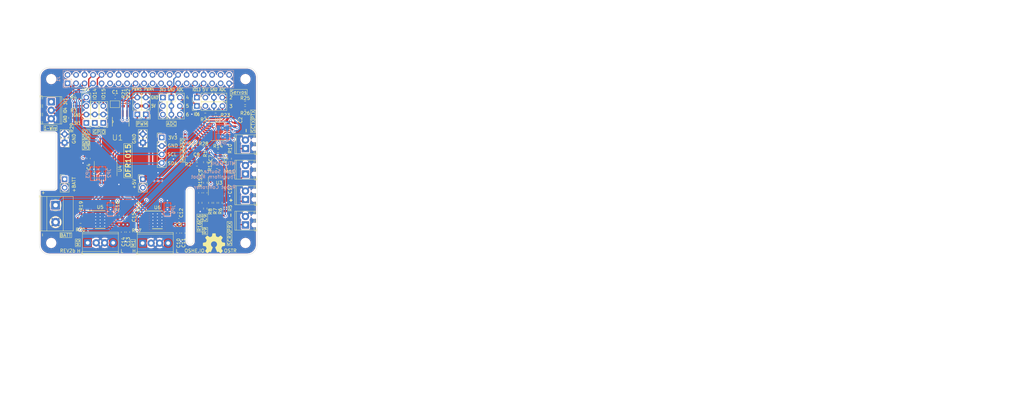
<source format=kicad_pcb>
(kicad_pcb (version 20241229) (generator "pcbnew") (generator_version "9.0")
  (title_block (title "Open Soure Thunniform Robot Pi Hat") (date "2025-04-25") (rev "2b") (company "Open Source Hardware Enterprise") (comment 1 "Ben Keppers"))
  (layers (0 "F.Cu" signal) (4 "In1.Cu" signal) (6 "In2.Cu" signal) (2 "B.Cu" signal) (13 "F.Paste" user) (15 "B.Paste" user) (5 "F.SilkS" user "F.Silkscreen") (7 "B.SilkS" user "B.Silkscreen") (1 "F.Mask" user) (3 "B.Mask" user) (25 "Edge.Cuts" user))
  (net 0 "")
  (net 1 "GND")
  (net 2 "/GPIO2{slash}SDA1")
  (net 3 "/GPIO3{slash}SCL1")
  (net 4 "/GPIO4{slash}GPCLK0")
  (net 5 "/GPIO14{slash}TXD0")
  (net 6 "/GPIO15{slash}RXD0")
  (net 7 "/GPIO17")
  (net 8 "/GPIO18{slash}PCM.CLK")
  (net 9 "/GPIO27")
  (net 10 "/GPIO22")
  (net 11 "/GPIO23")
  (net 12 "/GPIO24")
  (net 13 "/GPIO10{slash}SPI0.MOSI")
  (net 14 "/GPIO9{slash}SPI0.MISO")
  (net 15 "/GPIO25")
  (net 16 "/GPIO11{slash}SPI0.SCLK")
  (net 17 "/GPIO8{slash}SPI0.CE0")
  (net 18 "/GPIO7{slash}SPI0.CE1")
  (net 19 "/ID_SDA")
  (net 20 "/ID_SCL")
  (net 21 "/GPIO5")
  (net 22 "/GPIO6")
  (net 23 "/GPIO12{slash}PWM0")
  (net 24 "/GPIO13{slash}PWM1")
  (net 25 "/GPIO19{slash}PCM.FS")
  (net 26 "/GPIO16")
  (net 27 "/GPIO26")
  (net 28 "/GPIO20{slash}PCM.DIN")
  (net 29 "/GPIO21{slash}PCM.DOUT")
  (net 30 "+5V")
  (net 31 "/ADC_CH0")
  (net 32 "/ADC_CH1")
  (net 33 "/ADC_CH2")
  (net 34 "/ADC_CH3")
  (net 35 "/ADC_CH4")
  (net 36 "/ADC_CH5")
  (net 37 "/ADC_CH6")
  (net 38 "Net-(JP5-C)")
  (net 39 "Net-(JP4-C)")
  (net 40 "Net-(C9-Pad1)")
  (net 41 "Net-(U3A--)")
  (net 42 "Net-(U3A-+)")
  (net 43 "Net-(U3B-+)")
  (net 44 "Net-(U3B--)")
  (net 45 "Net-(C7-Pad1)")
  (net 46 "Net-(JP3-C)")
  (net 47 "Net-(JP2-C)")
  (net 48 "/PWM0")
  (net 49 "/PWM1")
  (net 50 "/PWM2")
  (net 51 "/PWM3")
  (net 52 "/PWM4")
  (net 53 "/PWM5")
  (net 54 "/PWM6")
  (net 55 "/PWM7")
  (net 56 "+3.3V")
  (net 57 "Net-(U5-FAULT_N)")
  (net 58 "/M0H")
  (net 59 "/M0L")
  (net 60 "+BATT")
  (net 61 "Net-(U5-VCP)")
  (net 62 "Net-(U5-CPH)")
  (net 63 "Net-(U5-CPL)")
  (net 64 "Net-(JP7-C)")
  (net 65 "Net-(U6-FAULT_N)")
  (net 66 "/M1H")
  (net 67 "/M1L")
  (net 68 "Net-(U6-VCP)")
  (net 69 "Net-(U6-CPH)")
  (net 70 "Net-(U6-CPL)")
  (net 71 "Net-(JP6-C)")
  (net 72 "Net-(C6-Pad1)")
  (net 73 "Net-(C6-Pad2)")
  (net 74 "Net-(C7-Pad2)")
  (net 75 "GNDREF")
  (net 76 "Net-(J4-Pin_1)")
  (net 77 "Net-(J6-Pin_1)")
  (net 78 "Net-(J7-Pin_1)")
  (net 79 "Net-(J8-Pin_1)")
  (net 80 "Net-(J14-Pin_4)")
  (net 81 "Net-(J13-Pin_4)")
  (net 82 "Net-(JP1-A)")
  (net 86 "/ADC_CH7")
  (net 87 "Net-(C17-Pad2)")
  (footprint "Resistor_SMD:R_0603_1608Metric" (layer "F.Cu") (at 125.15 110.475)
    (property "Reference" "R28")
    (property "Value" "10k")
  )
  (footprint "Connector_PinHeader_2.54mm:PinHeader_1x02_P2.54mm_Vertical" (layer "F.Cu") (at 107.018 108.725 180)
    (property "Reference" "J22" (hide yes))
    (property "Value" "GND")
  )
  (footprint "TerminalBlock_Phoenix:TerminalBlock_Phoenix_MPT-0,5-3-2.54_1x03_P2.54mm_Horizontal" (layer "F.Cu") (at 79.65 96.505 -90)
    (property "Reference" "J16" (hide yes))
    (property "Value" "1Wire")
  )
  (footprint "MountingHole:MountingHole_2.7mm_M2.5" (layer "F.Cu") (at 137.65 89.725)
    (property "Reference" "MH2" (hide yes))
    (property "Value" "MountingHole_2.7mm_M2.5")
  )
  (footprint "Capacitor_SMD:C_0603_1608Metric" (layer "F.Cu") (at 117.75 131.925 180)
    (property "Reference" "C3")
    (property "Value" "0.1uF")
  )
  (footprint "Resistor_SMD:R_0603_1608Metric" (layer "F.Cu") (at 131.65 128.325 -90)
    (property "Reference" "R5")
    (property "Value" "1M")
  )
  (footprint "Resistor_SMD:R_0603_1608Metric" (layer "F.Cu") (at 86.31 97.725)
    (property "Reference" "R3")
    (property "Value" "3.9K")
  )
  (footprint "Connector_PinHeader_2.54mm:PinHeader_1x02_P2.54mm_Vertical" (layer "F.Cu") (at 107.018 119.647)
    (property "Reference" "J23" (hide yes))
    (property "Value" "5VOut")
  )
  (footprint "TerminalBlock_Phoenix:TerminalBlock_Phoenix_MPT-0,5-4-2.54_1x04_P2.54mm_Horizontal" (layer "F.Cu") (at 106.935 138.771893)
    (property "Reference" "J5" (hide yes))
    (property "Value" "M1Out")
  )
  (footprint "TerminalBlock_Phoenix:TerminalBlock_Phoenix_MPT-0,5-2-2.54_1x02_P2.54mm_Horizontal" (layer "F.Cu") (at 137.65 110.48 90)
    (property "Reference" "J8" (hide yes))
    (property "Value" "Piezo_OUT")
  )
  (footprint "Symbol:OSHW-Symbol_6.7x6mm_SilkScreen" (layer "F.Cu") (at 128.25 138.825)
    (property "Reference" "REF**" (hide yes))
    (property "Value" "OSHW-Symbol_6.7x6mm_SilkScreen" (hide yes))
  )
  (footprint "Resistor_SMD:R_0603_1608Metric" (layer "F.Cu") (at 127.15 126.725 90)
    (property "Reference" "R8")
    (property "Value" "10K")
  )
  (footprint "Capacitor_SMD:C_0603_1608Metric" (layer "F.Cu") (at 90.82 113.475 -90)
    (property "Reference" "C4")
    (property "Value" "0.1uF")
  )
  (footprint "Capacitor_SMD:C_0603_1608Metric" (layer "F.Cu") (at 128.65 113.475 90)
    (property "Reference" "C7")
    (property "Value" "22uF")
  )
  (footprint "TerminalBlock_Phoenix:TerminalBlock_Phoenix_MPT-0,5-2-2.54_1x02_P2.54mm_Horizontal" (layer "F.Cu") (at 137.65 125.72 90)
    (property "Reference" "J4" (hide yes))
    (property "Value" "Piezo_IN")
  )
  (footprint "Resistor_SMD:R_0603_1608Metric" (layer "F.Cu") (at 137.55 98.425)
    (property "Reference" "R26")
    (property "Value" "18k")
  )
  (footprint "Connector_PinHeader_2.54mm:PinHeader_1x03_P2.54mm_Vertical" (layer "F.Cu") (at 95.2 102.84 180)
    (property "Reference" "J25" (hide yes))
    (property "Value" "GPIO15")
  )
  (footprint "Connector_PinHeader_2.54mm:PinHeader_1x04_P2.54mm_Vertical" (layer "F.Cu") (at 90.12 102.845 180)
    (property "Reference" "J18" (hide yes))
    (property "Value" "I2C1")
  )
  (footprint "Connector_PinHeader_2.54mm:PinHeader_1x04_P2.54mm_Vertical" (layer "F.Cu") (at 123.14 97.775 90)
    (property "Reference" "J14" (hide yes))
    (property "Value" "Servo6")
  )
  (footprint "Connector_PinHeader_2.54mm:PinHeader_1x02_P2.54mm_Vertical" (layer "F.Cu") (at 83.65 119.647)
    (property "Reference" "J21" (hide yes))
    (property "Value" "BattIn")
  )
  (footprint "Capacitor_SMD:C_0603_1608Metric" (layer "F.Cu") (at 98.75 95.025)
    (property "Reference" "C1")
    (property "Value" "100n")
  )
  (footprint "Resistor_SMD:R_0603_1608Metric" (layer "F.Cu") (at 105.75 130.775 -90)
    (property "Reference" "R18")
    (property "Value" "10k")
  )
  (footprint "Package_SO:TSSOP-20_4.4x6.5mm_P0.65mm" (layer "F.Cu") (at 95.9 116.475 90)
    (property "Reference" "U4")
    (property "Value" "PCA9634PW_118")
  )
  (footprint "Capacitor_SMD:C_0603_1608Metric" (layer "F.Cu") (at 116.95 129.675 90)
    (property "Reference" "C12")
    (property "Value" "0.022uF")
  )
  (footprint "TerminalBlock_Phoenix:TerminalBlock_Phoenix_MPT-0,5-4-2.54_1x04_P2.54mm_Horizontal" (layer "F.Cu") (at 90.535 138.679)
    (property "Reference" "J3" (hide yes))
    (property "Value" "M0Out")
  )
  (footprint "Resistor_SMD:R_0603_1608Metric" (layer "F.Cu") (at 88.45 130.675 -90)
    (property "Reference" "R19")
    (property "Value" "10k")
  )
  (footprint "Resistor_SMD:R_0603_1608Metric" (layer "F.Cu") (at 85.421 101.331 -90)
    (property "Reference" "R29")
    (property "Value" "4.7k")
  )
  (footprint "TerminalBlock_Phoenix:TerminalBlock_Phoenix_MPT-0,5-2-2.54_1x02_P2.54mm_Horizontal" (layer "F.Cu") (at 137.65 118.095 90)
    (property "Reference" "J6" (hide yes))
    (property "Value" "SoundCard_SPK")
  )
  (footprint "Capacitor_SMD:C_0603_1608Metric" (layer "F.Cu") (at 125.65 117.725 -90)
    (property "Reference" "C5")
    (property "Value" "0.1uF")
  )
  (footprint "Capacitor_SMD:C_0603_1608Metric" (layer "F.Cu") (at 102.6 135.475 -90)
    (property "Reference" "C13")
    (property "Value" "22uF")
  )
  (footprint "Capacitor_SMD:C_0603_1608Metric" (layer "F.Cu") (at 99.455002 130.529001 90)
    (property "Reference" "C16")
    (property "Value" "0.022uF")
  )
  (footprint "Connector_PinHeader_2.54mm:PinHeader_1x03_P2.54mm_Vertical" (layer "F.Cu") (at 107.9 100.3 180)
    (property "Reference" "J10" (hide yes))
    (property "Value" "PWM4")
  )
  (footprint "Resistor_SMD:R_0603_1608Metric" (layer "F.Cu") (at 130.15 113.475 90)
    (property "Reference" "R12")
    (property "Value" "1K")
  )
  (footprint "Resistor_SMD:R_0603_1608Metric" (layer "F.Cu") (at 101.15 96.975 -90)
    (property "Reference" "R21")
    (property "Value" "3.9K")
  )
  (footprint "Connector_PinHeader_2.54mm:PinHeader_2x03_P2.54mm_Vertical" (layer "F.Cu") (at 115.52 95.235)
    (property "Reference" "J2" (hide yes))
    (property "Value" "ADC_IN")
  )
  (footprint "Jumper:SolderJumper-2_P1.3mm_Open_Pad1.0x1.5mm" (layer "F.Cu") (at 98.65 97.225 180)
    (property "Reference" "JP1" (hide yes))
    (property "Value" "ID_WP")
  )
  (footprint "Resistor_SMD:R_0603_1608Metric" (layer "F.Cu") (at 132.15 115.975 180)
    (property "Reference" "R11")
    (property "Value" "1K")
  )
  (footprint "Resistor_SMD:R_0603_1608Metric" (layer "F.Cu") (at 125.65 114.57 90)
    (property "Reference" "R1")
    (property "Value" "47k")
  )
  (footprint "Resistor_SMD:R_0603_1608Metric" (layer "F.Cu") (at 86.31 93.725)
    (property "Reference" "R4")
    (property "Value" "3.9K")
  )
  (footprint "TerminalBlock_Phoenix:TerminalBlock_Phoenix_MPT-0,5-2-2.54_1x02_P2.54mm_Horizontal" (layer "F.Cu") (at 137.65 133.34 90)
    (property "Reference" "J7" (hide yes))
    (property "Value" "SoundCard_MIC")
  )
  (footprint "MountingHole:MountingHole_2.7mm_M2.5" (layer "F.Cu") (at 79.65 138.725)
    (property "Reference" "MH3" (hide yes))
    (property "Value" "MountingHole_2.7mm_M2.5")
  )
  (footprint "Package_SO:TSSOP-16_4.4x5mm_P0.65mm" (layer "F.Cu") (at 129.49 105.395)
    (property "Reference" "U2")
    (property "Value" "ADS7830IPWR")
  )
  (footprint "Capacitor_SMD:C_0603_1608Metric" (layer "F.Cu") (at 133.12 119.535 90)
    (property "Reference" "C17")
    (property "Value" "22uF")
  )
  (footprint "MountingHole:MountingHole_2.7mm_M2.5" (layer "F.Cu") (at 79.65 89.725)
    (property "Reference" "MH1" (hide yes))
    (property "Value" "MountingHole_2.7mm_M2.5")
  )
  (footprint "OSTR_hat:PWP0016J_M" (layer "F.Cu") (at 94.265 131.825999)
    (property "Reference" "U5")
    (property "Value" "DRV8874PWPR")
  )
  (footprint "Capacitor_SMD:C_0603_1608Metric" (layer "F.Cu") (at 117.55 135.775 -90)
    (property "Reference" "C10")
    (property "Value" "0.1uF")
  )
  (footprint "Resistor_SMD:R_0603_1608Metric" (layer "F.Cu") (at 125.65 120.725 90)
    (property "Reference" "R15")
    (property "Value" "1k")
  )
  (footprint "Resistor_SMD:R_0603_1608Metric" (layer "F.Cu") (at 129.45 111.225)
    (property "Reference" "R14")
    (property "Value" "47 Ohm")
  )
  (footprint "Connector_PinHeader_2.54mm:PinHeader_1x04_P2.54mm_Vertical" (layer "F.Cu") (at 112.65 107.185)
    (property "Reference" "J17" (hide yes))
    (property "Value" "I2C0")
  )
  (footprint "Capacitor_SMD:C_0603_1608Metric" (layer "F.Cu") (at 125.65 123.725 90)
    (property "Reference" "C9")
    (property "Value" "330nF")
  )
  (footprint "Connector_PinHeader_2.54mm:PinHeader_1x03_P2.54mm_Vertical" (layer "F.Cu") (at 112.985 95.235)
    (property "Reference" "J19" (hide yes))
    (property "Value" "3.3V")
  )
  (footprint "TerminalBlock_Phoenix:TerminalBlock_Phoenix_MKDS-1,5-2-5.08_1x02_P5.08mm_Horizontal" (layer "F.Cu") (at 80.945 127.43 -90)
    (property "Reference" "J9" (hide yes))
    (property "Value" "BattIn")
  )
  (footprint "Resistor_SMD:R_0603_1608Metric" (layer "F.Cu") (at 130.15 126.725 90)
    (property "Reference" "R6")
    (property "Value" "1K")
  )
  (footprint "Resistor_SMD:R_0603_1608Metric" (layer "F.Cu") (at 125.65 100.425 180)
    (property "Reference" "R24")
    (property "Value" "18k")
  )
  (footprint "Capacitor_SMD:C_0603_1608Metric" (layer "F.Cu") (at 134.65 101.975 90)
    (property "Reference" "C2")
    (property "Value" "0.1uF")
  )
  (footprint "Resistor_SMD:R_0603_1608Metric" (layer "F.Cu") (at 137.55 96.825)
    (property "Reference" "R25")
    (property "Value" "10k")
  )
  (footprint "Capacitor_SMD:C_0603_1608Metric" (layer "F.Cu") (at 101.75 131.325 180)
    (property "Reference" "C15")
    (property "Value" "0.1uF")
  )
  (footprint "Resistor_SMD:R_0603_1608Metric" (layer "F.Cu") (at 128.65 126.725 -90)
    (property "Reference" "R7")
    (property "Value" "1K")
  )
  (footprint "Resistor_SMD:R_0603_1608Metric" (layer "F.Cu") (at 102.65 96.975 -90)
    (property "Reference" "R22")
    (property "Value" "3.9K")
  )
  (footprint "Connector_PinHeader_2.54mm:PinHeader_1x02_P2.54mm_Vertical" (layer "F.Cu") (at 83.65 108.725 180)
    (property "Reference" "J20" (hide yes))
    (property "Value" "GND")
  )
  (footprint "Resistor_SMD:R_0603_1608Metric" (layer "F.Cu") (at 132.95 113.525 90)
    (property "Reference" "R10")
    (property "Value" "1M")
  )
  (footprint "OSTR_hat:SOIC127P600X175-8N" (layer "F.Cu") (at 100.4 102.475 90)
    (property "Reference" "U1")
    (property "Value" "CAT24C256")
  )
  (footprint "MountingHole:MountingHole_2.7mm_M2.5" (layer "F.Cu") (at 137.65 138.725)
    (property "Reference" "MH4" (hide yes))
    (property "Value" "MountingHole_2.7mm_M2.5")
  )
  (footprint "Resistor_SMD:R_0603_1608Metric" (layer "F.Cu") (at 121.945 110.475)
    (property "Reference" "R27")
    (property "Value" "56k")
  )
  (footprint "Connector_PinHeader_2.54mm:PinHeader_1x04_P2.54mm_Vertical" (layer "F.Cu") (at 123.14 95.235 90)
    (property "Reference" "J13" (hide yes))
    (property "Value" "Servo17")
  )
  (footprint "Connector_PinHeader_2.54mm:PinHeader_1x03_P2.54mm_Vertical" (layer "F.Cu") (at 92.66 102.84 180)
    (property "Reference" "J24" (hide yes))
    (property "Value" "GPIO14")
  )
  (footprint "OSTR_hat:PWP0016J_M" (layer "F.Cu") (at 111.358334 131.919892)
    (property "Reference" "U6")
    (property "Value" "DRV8874PWPR")
  )
  (footprint "Connector_PinHeader_2.54mm:PinHeader_1x03_P2.54mm_Vertical" (layer "F.Cu") (at 105.355 100.3 180)
    (property "Reference" "J11" (hide yes))
    (property "Value" "PWM5")
  )
  (footprint "Resistor_SMD:R_0603_1608Metric" (layer "F.Cu") (at 123.15 115.225 180)
    (property "Reference" "R2")
    (property "Value" "47k")
  )
  (footprint "Capacitor_SMD:C_0603_1608Metric" (layer "F.Cu") (at 123.15 113.725 180)
    (property "Reference" "C8")
    (property "Value" "22uF")
  )
  (footprint "Capacitor_SMD:C_0603_1608Metric" (layer "F.Cu") (at 124.15 123.725 -90)
    (property "Reference" "C6")
    (property "Value" "22uF")
  )
  (footprint "Resistor_SMD:R_0603_1608Metric" (layer "F.Cu") (at 128.75 100.425)
    (property "Reference" "R23")
    (property "Value" "10k")
  )
  (footprint "Capacitor_SMD:C_0603_1608Metric" (layer "F.Cu") (at 101.1 135.475 -90)
    (property "Reference" "C14")
    (property "Value" "0.1uF")
  )
  (footprint "Resistor_SMD:R_0603_1608Metric" (layer "F.Cu") (at 88.4 133.375 180)
    (property "Reference" "R20")
    (property "Value" "1.8k")
  )
  (footprint "Resistor_SMD:R_0603_1608Metric" (layer "F.Cu") (at 105.15 133.425 180)
    (property "Reference" "R17")
    (property "Value" "6.8k")
  )
  (footprint "Resistor_SMD:R_0603_1608Metric" (layer "F.Cu") (at 129.15 115.975)
    (property "Reference" "R13")
    (property "Value" "10K")
  )
  (footprint "Capacitor_SMD:C_0603_1608Metric" (layer "F.Cu") (at 119.1 135.775 -90)
    (property "Reference" "C11")
    (property "Value" "22uF")
  )
  (footprint "Resistor_SMD:R_0603_1608Metric" (layer "F.Cu") (at 124.15 126.725 -90)
    (property "Reference" "R16")
    (property "Value" "DNP")
  )
  (footprint "Resistor_SMD:R_0603_1608Metric" (layer "F.Cu") (at 125.65 128.425 -90)
    (property "Reference" "R9")
    (property "Value" "47 Ohm")
  )
  (footprint "Package_SO:SOIC-8_3.9x4.9mm_P1.27mm" (layer "F.Cu") (at 129.15 120.975 90)
    (property "Reference" "U3")
    (property "Value" "OPA1642AIDR")
  )
  (footprint "Connector_PinSocket_2.54mm:PinSocket_2x20_P2.54mm_Vertical" (layer "B.Cu") (at 84.52 90.995 -90)
    (property "Reference" "J1")
    (property "Value" "GPIO")
  )
  (footprint "Jumper:SolderJumper-3_P1.3mm_Bridged12_Pad1.0x1.5mm" (layer "B.Cu") (at 92.35 118.025 -90)
    (property "Reference" "JP3")
    (property "Value" "PWM_A0")
  )
  (footprint "Jumper:SolderJumper-3_P1.3mm_Bridged12_Pad1.0x1.5mm" (layer "B.Cu") (at 130.9 104.31 180)
    (property "Reference" "JP4")
    (property "Value" "ADC_A1")
  )
  (footprint "Jumper:SolderJumper-3_P1.3mm_Bridged12_Pad1.0x1.5mm" (layer "B.Cu") (at 114.351334 128.771893 90)
    (property "Reference" "JP6")
    (property "Value" "PMODEM1")
  )
  (footprint "Jumper:SolderJumper-3_P1.3mm_Bridged12_Pad1.0x1.5mm" (layer "B.Cu") (at 130.9 106.8825 180)
    (property "Reference" "JP5")
    (property "Value" "ADC_A0")
  )
  (footprint "Jumper:SolderJumper-3_P1.3mm_Bridged12_Pad1.0x1.5mm" (layer "B.Cu") (at 97.35 128.725 90)
    (property "Reference" "JP7")
    (property "Value" "PMODEM0")
  )
  (footprint "Jumper:SolderJumper-3_P1.3mm_Bridged12_Pad1.0x1.5mm" (layer "B.Cu") (at 94.9 117.975 -90)
    (property "Reference" "JP2")
    (property "Value" "PWM_A1")
  )
  (gr_rect (start 86.85 137.525) (end 88.35 139.825) (stroke (width 0.12)) (fill no) (layer "F.SilkS"))
  (gr_rect (start 123.15 130.125) (end 124.75 132.325) (stroke (width 0.12)) (fill no) (layer "F.SilkS"))
  (gr_rect (start 101.3 109.025) (end 103.8 119.225) (stroke (width 0.12)) (fill no) (layer "F.SilkS"))
  (gr_rect (start 139.166 101.839) (end 140.666 105.739) (stroke (width 0.12)) (fill no) (layer "F.SilkS"))
  (gr_rect (start 132.15 135.425) (end 133.65 139.525) (stroke (width 0.12)) (fill no) (layer "F.SilkS"))
  (gr_rect (start 88.9 109.425) (end 91.2 110.925) (stroke (width 0.12)) (fill no) (layer "F.SilkS"))
  (gr_rect (start 124.75 134.075) (end 126.35 136.225) (stroke (width 0.12)) (fill no) (layer "F.SilkS"))
  (gr_rect (start 118.15 107.425) (end 119.65 114.625) (stroke (width 0.12)) (fill no) (layer "F.SilkS"))
  (gr_rect (start 88.9 104.825) (end 91.2 106.325) (stroke (width 0.12)) (fill no) (layer "F.SilkS"))
  (gr_rect (start 88.9 106.325) (end 91.2 107.825) (stroke (width 0.12)) (fill no) (layer "F.SilkS"))
  (gr_rect (start 139.166 98.939) (end 140.666 101.839) (stroke (width 0.12)) (fill no) (layer "F.SilkS"))
  (gr_rect (start 82.25 135.625) (end 85.75 137.125) (stroke (width 0.12)) (fill no) (layer "F.SilkS"))
  (gr_rect (start 133.0868 92.822) (end 138.1868 94.422) (stroke (width 0.12)) (fill no) (layer "F.SilkS"))
  (gr_rect (start 132.15 132.325) (end 133.65 135.425) (stroke (width 0.12)) (fill no) (layer "F.SilkS"))
  (gr_rect (start 92.132 104.7855) (end 95.835 106.2585) (stroke (width 0.12)) (fill no) (layer "F.SilkS"))
  (gr_rect (start 124.75 130.125) (end 126.35 132.325) (stroke (width 0.12)) (fill no) (layer "F.SilkS"))
  (gr_rect (start 88.9 107.825) (end 91.2 109.425) (stroke (width 0.12)) (fill no) (layer "F.SilkS"))
  (gr_rect (start 114.0595 102.2964) (end 116.9805 103.8964) (stroke (width 0.12)) (fill no) (layer "F.SilkS"))
  (gr_rect (start 123.15 132.325) (end 124.75 135.425) (stroke (width 0.12)) (fill no) (layer "F.SilkS"))
  (gr_rect (start 77.502 103.617) (end 81.402 105.117) (stroke (width 0.12)) (fill no) (layer "F.SilkS"))
  (gr_rect (start 103.35 137.725) (end 104.85 140.025) (stroke (width 0.12)) (fill no) (layer "F.SilkS"))
  (gr_rect (start 105.0325 102.309) (end 108.4815 103.909) (stroke (width 0.12)) (fill no) (layer "F.SilkS"))
  (gr_arc (start 76.65 105.725) (mid 76.296447 105.578553) (end 76.15 105.225) (stroke (width 0.1)) (layer "Edge.Cuts"))
  (gr_arc (start 138.15 86.225) (mid 140.27132 87.10368) (end 141.15 89.225) (stroke (width 0.1)) (layer "Edge.Cuts"))
  (gr_line (start 141.15 139.225) (end 141.15 89.225) (stroke (width 0.1)) (layer "Edge.Cuts"))
  (gr_line (start 76.15 89.225) (end 76.15 105.225) (stroke (width 0.1)) (layer "Edge.Cuts"))
  (gr_line (start 122.15 123.225) (end 122.15 138.225) (stroke (width 0.1)) (layer "Edge.Cuts"))
  (gr_line (start 120.15 138.225) (end 120.15 123.225) (stroke (width 0.1)) (layer "Edge.Cuts"))
  (gr_arc (start 79.15 142.225) (mid 77.02868 141.34632) (end 76.15 139.225) (stroke (width 0.1)) (layer "Edge.Cuts"))
  (gr_line (start 79.15 142.225) (end 138.15 142.225) (stroke (width 0.1)) (layer "Edge.Cuts"))
  (gr_line (start 80.65 122.725) (end 76.65 122.725) (stroke (width 0.1)) (layer "Edge.Cuts"))
  (gr_arc (start 120.15 123.225) (mid 121.15 122.225) (end 122.15 123.225) (stroke (width 0.1)) (layer "Edge.Cuts"))
  (gr_arc (start 76.15 123.225) (mid 76.296138 122.871755) (end 76.649127 122.725001) (stroke (width 0.1)) (layer "Edge.Cuts"))
  (gr_arc (start 141.15 139.225) (mid 140.27132 141.34632) (end 138.15 142.225) (stroke (width 0.1)) (layer "Edge.Cuts"))
  (gr_line (start 81.15 106.225) (end 81.15 122.225) (stroke (width 0.1)) (layer "Edge.Cuts"))
  (gr_arc (start 76.15 89.225) (mid 77.02868 87.10368) (end 79.15 86.225) (stroke (width 0.1)) (layer "Edge.Cuts"))
  (gr_arc (start 122.15 138.225) (mid 121.15 139.225) (end 120.15 138.225) (stroke (width 0.1)) (layer "Edge.Cuts"))
  (gr_line (start 76.15 123.225) (end 76.15 139.225) (stroke (width 0.1)) (layer "Edge.Cuts"))
  (gr_line (start 76.65 105.725) (end 80.65 105.725) (stroke (width 0.1)) (layer "Edge.Cuts"))
  (gr_arc (start 81.15 122.225) (mid 81.003553 122.578553) (end 80.65 122.725) (stroke (width 0.1)) (layer "Edge.Cuts"))
  (gr_arc (start 80.65 105.725) (mid 81.003553 105.871447) (end 81.15 106.225) (stroke (width 0.1)) (layer "Edge.Cuts"))
  (gr_line (start 138.15 86.225) (end 79.15 86.225) (stroke (width 0.1)) (layer "Edge.Cuts"))
  (gr_text "+BATT" (at 87.018 123.687 90) (layer "F.SilkS") (effects (font (size 1 1)) (justify left bottom)))
  (gr_text "MPU6050" (at 119.55 114.625 90) (layer "F.SilkS") (effects (font (size 1 1)) (justify left bottom)))
  (gr_text "GND" (at 88.95 109.325 0) (layer "F.SilkS") (effects (font (size 1 0.7)) (justify left bottom)))
  (gr_text "SCL" (at 114.25 112.825 0) (layer "F.SilkS") (effects (font (size 1 1)) (justify left bottom)))
  (gr_text "PWM4" (at 107.265 93.33 0) (layer "F.SilkS") (effects (font (size 1 0.7)) (justify left bottom)))
  (gr_text "IO4" (at 84.405 100.061 90) (layer "F.SilkS") (effects (font (size 1 0.7)) (justify left bottom)))
  (gr_text "SCRX" (at 133.55 139.525 90) (layer "F.SilkS") (effects (font (size 1 1)) (justify left bottom)))
  (gr_text "5" (at 119.75 98.325 0) (layer "F.SilkS") (effects (font (size 1 1)) (justify left bottom)))
  (gr_text "SDA" (at 88.95 107.725 0) (layer "F.SilkS") (effects (font (size 1 0.7)) (justify left bottom)))
  (gr_text "3V3" (at 114.45 107.825 0) (layer "F.SilkS") (effects (font (size 1 1)) (justify left bottom)))
  (gr_text "Servos" (at 133.0868 94.222 0) (layer "F.SilkS") (effects (font (size 1 1)) (justify left bottom)))
  (gr_text "PWM5" (at 103.565 93.33 0) (layer "F.SilkS") (effects (font (size 1 0.7)) (justify left bottom)))
  (gr_text "GND" (at 114.35 110.225 0) (layer "F.SilkS") (effects (font (size 1 1)) (justify left bottom)))
  (gr_text "I2C" (at 88.75 93.325 0) (layer "F.SilkS") (effects (font (size 0.7 1)) (justify left bottom)))
  (gr_text "GPIO" (at 92.132 106.1475 0) (layer "F.SilkS") (effects (font (size 1 1)) (justify left bottom)))
  (gr_text "IO6" (at 122.15 100.825 0) (layer "F.SilkS") (effects (font (size 1 0.7)) (justify left bottom)))
  (gr_text "GND" (at 105.018 109.187 90) (layer "F.SilkS") (effects (font (size 1 1)) (justify left bottom)))
  (gr_text "6" (at 119.75 100.925 0) (layer "F.SilkS") (effects (font (size 1 1)) (justify left bottom)))
  (gr_text "3" (at 132.75 98.425 0) (layer "F.SilkS") (effects (font (size 1 1)) (justify left bottom)))
  (gr_text "3V3" (at 88.95 110.825 0) (layer "F.SilkS") (effects (font (size 1 0.7)) (justify left bottom)))
  (gr_text "GND" (at 114.35 93.425 0) (layer "F.SilkS") (effects (font (size 1 0.7)) (justify left bottom)))
  (gr_text "PWM" (at 105.0325 103.709 0) (layer "F.SilkS") (effects (font (size 1 1)) (justify left bottom)))
  (gr_text "-" (at 77.55 137.025 90) (layer "F.SilkS") (effects (font (size 1 1)) (justify left bottom)))
  (gr_text "BATT" (at 82.15 137.025 0) (layer "F.SilkS") (effects (font (size 1 1)) (justify left bottom)))
  (gr_text "SCL" (at 88.95 106.225 0) (layer "F.SilkS") (effects (font (size 1 0.7)) (justify left bottom)))
  (gr_text "GND" (at 127.05 93.425 0) (layer "F.SilkS") (effects (font (size 1 0.7)) (justify left bottom)))
  (gr_text "PRX" (at 133.55 135.425 90) (layer "F.SilkS") (effects (font (size 1 1)) (justify left bottom)))
  (gr_text "PTX" (at 140.566 101.839 90) (layer "F.SilkS") (effects (font (size 1 1)) (justify left bottom)))
  (gr_text "SCTX" (at 140.566 105.739 90) (layer "F.SilkS") (effects (font (size 1 1)) (justify left bottom)))
  (gr_text "H" (at 87.25 141.725 0) (layer "F.SilkS") (effects (font (size 1 1)) (justify left bottom)))
  (gr_text "+" (at 76.55 124.225 0) (layer "F.SilkS") (effects (font (size 1 1)) (justify left bottom)))
  (gr_text "M0" (at 88.25 139.825 90) (layer "F.SilkS") (effects (font (size 1 1)) (justify left bottom)))
  (gr_text "GND" (at 86.183 101.093742 0) (layer "F.SilkS") (effects (font (size 1 0.7)) (justify left bottom)))
  (gr_text "3V3" (at 84.45 97.545 90) (layer "F.SilkS") (effects (font (size 1 0.7)) (justify left bottom)))
  (gr_text "IO13" (at 121.75 93.425 0) (layer "F.SilkS") (effects (font (size 1 0.7)) (justify left bottom)))
  (gr_text "OSHE.IO" (at 119.35 141.625 0) (layer "F.SilkS") (effects (font (size 1 1)) (justify left bottom)))
  (gr_text "5V" (at 124.65 93.425 0) (layer "F.SilkS") (effects (font (size 1 1)) (justify left bottom)))
  (gr_text "GND" (at 87.018 109.187 90) (layer "F.SilkS") (effects (font (size 1 1)) (justify left bottom)))
  (gr_text "5V" (at 109.45 98.325 0) (layer "F.SilkS") (effects (font (size 1 0.7)) (justify left bottom)))
  (gr_text "M1" (at 104.75 140.025 90) (layer "F.SilkS") (effects (font (size 1 1)) (justify left bottom)))
  (gr_text "OSTR" (at 131.15 141.625 0) (layer "F.SilkS") (effects (font (size 1 1)) (justify left bottom)))
  (gr_text "GND" (at 84.405 102.855 90) (layer "F.SilkS") (effects (font (size 1 0.7)) (justify left bottom)))
  (gr_text "SDA" (at 114.35 115.525 0) (layer "F.SilkS") (effects (font (size 1 1)) (justify left bottom)))
  (gr_text "H" (at 103.75 141.725 0) (layer "F.SilkS") (effects (font (size 1 1)) (justify left bottom)))
  (gr_text "GND" (at 109.35 95.825 0) (layer "F.SilkS") (effects (font (size 1 0.7)) (justify left bottom)))
  (gr_text "IO15" (at 95.85 96.025 90) (layer "F.SilkS") (effects (font (size 1 1)) (justify left bottom)))
  (gr_text "-" (at 134.3922 115.809 90) (layer "F.SilkS") (effects (font (size 1 1) (thickness 0.25) (bold yes)) (justify left bottom)))
  (gr_text "IO14" (at 93.25 96.025 90) (layer "F.SilkS") (effects (font (size 1 1)) (justify left bottom)))
  (gr_text "ADC" (at 129.75 93.425 0) (layer "F.SilkS") (effects (font (size 1 0.7)) (justify left bottom)))
  (gr_text "1-Wire" (at 77.502 105.017 0) (layer "F.SilkS") (effects (font (size 1 0.7)) (justify left bottom)))
  (gr_text "L" (at 116.75 141.725 0) (layer "F.SilkS") (effects (font (size 1 1)) (justify left bottom)))
  (gr_text "+" (at 132.538 126.477 0) (layer "F.SilkS") (effects (font (size 1 1) (thickness 0.25) (bold yes)) (justify left bottom)))
  (gr_text "4" (at 119.75 95.825 0) (layer "F.SilkS") (effects (font (size 1 1)) (justify left bottom)))
  (gr_text "3V3" (at 86.31 103.49 0) (layer "F.SilkS") (effects (font (size 1 0.7)) (justify left bottom)))
  (gr_text "REV2b" (at 82.15 141.625 0) (layer "F.SilkS") (effects (font (size 1 1)) (justify left bottom)))
  (gr_text "2" (at 132.75 95.825 0) (layer "F.SilkS") (effects (font (size 1 1)) (justify left bottom)))
  (gr_text "-" (at 133.808 131.2014 90) (layer "F.SilkS") (effects (font (size 1 1) (thickness 0.25) (bold yes)) (justify left bottom)))
  (gr_text "L" (at 100.25 141.725 0) (layer "F.SilkS") (effects (font (size 1 1)) (justify left bottom)))
  (gr_text "+5V" (at 105.018 122.687 90) (layer "F.SilkS") (effects (font (size 1 1)) (justify left bottom)))
  (gr_text "-" (at 138.38 105.903 90) (layer "F.SilkS") (effects (font (size 1 1) (thickness 0.25) (bold yes)) (justify left bottom)))
  (gr_text "3V3" (at 111.85 93.425 0) (layer "F.SilkS") (effects (font (size 1 0.7)) (justify left bottom)))
  (gr_text "ADC" (at 117.05 93.425 0) (layer "F.SilkS") (effects (font (size 1 0.7)) (justify left bottom)))
  (gr_text "ADC" (at 114.0595 103.6964 0) (layer "F.SilkS") (effects (font (size 1 1)) (justify left bottom)))
  (gr_text "DFR1015" (at 103.5 119.325 90) (layer "F.SilkS") (effects (font (size 1.5 1.5) (thickness 0.3) (bold yes)) (justify left bottom)))
  (gr_text "Open Source\nThunniform Robot" (at 134.85 119.525 0) (layer "B.SilkS") (effects (font (size 1 1)) (justify left bottom mirror)))
  (gr_text "MTU OSHE" (at 134.85 115.525 0) (layer "B.SilkS") (effects (font (size 1 1)) (justify left bottom mirror)))
  (gr_text "Robot Controller" (at 134.85 122.625 0) (layer "B.SilkS") (effects (font (size 1 1)) (justify left bottom mirror)))
  (via (at 99.85 121.225) (size 0.8) (drill 0.4) (layers "F.Cu" "B.Cu") (net 1))
  (via (at 114.35 126.025) (size 0.8) (drill 0.4) (layers "F.Cu" "B.Cu") (net 1))
  (via (at 132.95 124.715) (size 0.8) (drill 0.4) (layers "F.Cu" "B.Cu") (net 1))
  (via (at 124.15 129.325) (size 0.8) (drill 0.4) (layers "F.Cu" "B.Cu") (net 1))
  (via (at 97.35 126.125) (size 0.8) (drill 0.4) (layers "F.Cu" "B.Cu") (net 1))
  (via (at 89.15 114.825) (size 0.8) (drill 0.4) (layers "F.Cu" "B.Cu") (net 1))
  (via (at 116.15 113.625) (size 0.8) (drill 0.4) (layers "F.Cu" "B.Cu") (net 1))
  (via (at 118.35 138.225) (size 0.8) (drill 0.4) (layers "F.Cu" "B.Cu") (net 1))
  (via (at 123.75 116.825) (size 0.8) (drill 0.4) (layers "F.Cu" "B.Cu") (net 1))
  (via (at 101.85 138.225) (size 0.8) (drill 0.4) (layers "F.Cu" "B.Cu") (net 1))
  (via (at 92.4 116.675) (size 0.8) (drill 0.4) (layers "F.Cu" "B.Cu") (net 1))
  (via (at 132.4 109.225) (size 0.8) (drill 0.4) (layers "F.Cu" "B.Cu") (net 1))
  (via (at 121.65 100.225) (size 0.8) (drill 0.4) (layers "F.Cu" "B.Cu") (net 1))
  (via (at 111.55 117.725) (size 0.8) (drill 0.4) (layers "F.Cu" "B.Cu") (net 1))
  (via (at 116.85 106.125) (size 0.8) (drill 0.4) (layers "F.Cu" "B.Cu") (net 1))
  (segment (start 97.35 127.425) (end 97.35 126.125) (width 0.4) (layer "B.Cu") (net 1))
  (segment (start 132.2 109.025) (end 132.4 109.225) (width 0.4) (layer "B.Cu") (net 1))
  (segment (start 114.351334 126.026334) (end 114.35 126.025) (width 0.4) (layer "B.Cu") (net 1))
  (segment (start 114.351334 127.471893) (end 114.351334 126.026334) (width 0.4) (layer "B.Cu") (net 1))
  (segment (start 94.9 116.675) (end 92.4 116.675) (width 0.4) (layer "B.Cu") (net 1))
  (segment (start 132.2 104.31) (end 132.2 109.025) (width 0.4) (layer "B.Cu") (net 1))
  (segment (start 86.335 91.72) (end 86.335 96.225) (width 0.4) (layer "F.Cu") (net 2))
  (segment (start 87.135 97.725) (end 87.135 97.025) (width 0.4) (layer "F.Cu") (net 2))
  (segment (start 90.08 97.725) (end 90.12 97.765) (width 0.4) (layer "F.Cu") (net 2))
  (segment (start 132.3525 103.77) (end 134.694994 103.77) (width 0.4) (layer "F.Cu") (net 2))
  (segment (start 134.694994 103.77) (end 135.15 104.225006) (width 0.4) (layer "F.Cu") (net 2))
  (segment (start 93.625 108.2) (end 93.35 107.925) (width 0.4) (layer "F.Cu") (net 2))
  (segment (start 90.11 97.775) (end 90.12 97.765) (width 0.4) (layer "F.Cu") (net 2))
  (segment (start 93.625 113.6125) (end 93.625 108.2) (width 0.4) (layer "F.Cu") (net 2))
  (segment (start 87.135 97.025) (end 86.335 96.225) (width 0.4) (layer "F.Cu") (net 2))
  (segment (start 87.135 97.725) (end 90.08 97.725) (width 0.4) (layer "F.Cu") (net 2))
  (segment (start 87.06 90.995) (end 86.335 91.72) (width 0.4) (layer "F.Cu") (net 2))
  (via (at 93.35 107.925) (size 0.8) (drill 0.4) (layers "F.Cu" "B.Cu") (net 2))
  (via (at 86.335 96.225) (size 0.8) (drill 0.4) (layers "F.Cu" "B.Cu") (net 2))
  (via (at 135.15 104.225006) (size 0.8) (drill 0.4) (layers "F.Cu" "B.Cu") (net 2))
  (segment (start 93.35 107.925) (end 91.6 107.925) (width 0.4) (layer "B.Cu") (net 2))
  (segment (start 134.218635 104.225006) (end 135.15 104.225006) (width 0.4) (layer "B.Cu") (net 2))
  (segment (start 127.268629 102.475) (end 132.468629 102.475) (width 0.4) (layer "B.Cu") (net 2))
  (segment (start 115.73 111.725) (end 118.018629 111.725) (width 0.4) (layer "B.Cu") (net 2))
  (segment (start 86.335 102.66) (end 86.335 96.225) (width 0.4) (layer "B.Cu") (net 2))
  (segment (start 100.23 114.805) (end 93.35 107.925) (width 0.4) (layer "B.Cu") (net 2))
  (segment (start 112.65 114.805) (end 115.73 111.725) (width 0.4) (layer "B.Cu") (net 2))
  (segment (start 112.65 114.805) (end 100.23 114.805) (width 0.4) (layer "B.Cu") (net 2))
  (segment (start 132.468629 102.475) (end 134.218635 104.225006) (width 0.4) (layer "B.Cu") (net 2))
  (segment (start 91.6 107.925) (end 86.335 102.66) (width 0.4) (layer "B.Cu") (net 2))
  (segment (start 118.018629 111.725) (end 127.268629 102.475) (width 0.4) (layer "B.Cu") (net 2))
  (segment (start 87.135 93.725) (end 87.135 93.46) (width 0.4) (layer "F.Cu") (net 3))
  (segment (start 89.119998 96.225002) (end 88.05 96.225002) (width 0.4) (layer "F.Cu") (net 3))
  (segment (start 94.275 107.15) (end 94.15 107.025) (width 0.4) (layer "F.Cu") (net 3))
  (segment (start 133.345 104.42) (end 134.15 105.225) (width 0.4) (layer "F.Cu") (net 3))
  (segment (start 89.6 90.995) (end 88.05 92.545) (width 0.4) (layer "F.Cu") (net 3))
  (segment (start 88.05 92.545) (end 88.05 96.225002) (width 0.4) (layer "F.Cu") (net 3))
  (segment (start 87.135 93.46) (end 88.05 92.545) (width 0.4) (layer "F.Cu") (net 3))
  (segment (start 132.3525 104.42) (end 133.345 104.42) (width 0.4) (layer "F.Cu") (net 3))
  (segment (start 94.275 113.6125) (end 94.275 107.15) (width 0.4) (layer "F.Cu") (net 3))
  (segment (start 90.12 95.225) (end 89.119998 96.225002) (width 0.4) (layer "F.Cu") (net 3))
  (segment (start 88.05 95.695) (end 88.05 96.225002) (width 0.4) (layer "F.Cu") (net 3))
  (via (at 94.15 107.025) (size 0.8) (drill 0.4) (layers "F.Cu" "B.Cu") (net 3))
  (via (at 88.05 96.225002) (size 0.8) (drill 0.4) (layers "F.Cu" "B.Cu") (net 3))
  (via (at 134.15 105.225) (size 0.8) (drill 0.4) (layers "F.Cu" "B.Cu") (net 3))
  (segment (start 112.65 112.265) (end 99.39 112.265) (width 0.4) (layer "B.Cu") (net 3))
  (segment (start 135.95 103.593629) (end 135.95 104.556371) (width 0.4) (layer "B.Cu") (net 3))
  (segment (start 88.05 103.275) (end 88.05 96.225002) (width 0.4) (layer "B.Cu") (net 3))
  (segment (start 94.15 107.025) (end 91.8 107.025) (width 0.4) (layer "B.Cu") (net 3))
  (segment (start 135.281371 105.225) (end 134.15 105.225) (width 0.4) (layer "B.Cu") (net 3))
  (segment (start 127.15 101.225) (end 133.581371 101.225) (width 0.4) (layer "B.Cu") (net 3))
  (segment (start 99.39 112.265) (end 94.15 107.025) (width 0.4) (layer "B.Cu") (net 3))
  (segment (start 114.65 110.265) (end 118.11 110.265) (width 0.4) (layer "B.Cu") (net 3))
  (segment (start 91.8 107.025) (end 88.05 103.275) (width 0.4) (layer "B.Cu") (net 3))
  (segment (start 135.95 104.556371) (end 135.281371 105.225) (width 0.4) (layer "B.Cu") (net 3))
  (segment (start 112.65 112.265) (end 114.65 110.265) (width 0.4) (layer "B.Cu") (net 3))
  (segment (start 133.581371 101.225) (end 135.95 103.593629) (width 0.4) (layer "B.Cu") (net 3))
  (segment (start 118.11 110.265) (end 127.15 101.225) (width 0.4) (layer "B.Cu") (net 3))
  (segment (start 82.761 102.156) (end 79.65 99.045) (width 0.4) (layer "F.Cu") (net 4))
  (segment (start 85.421 102.156) (end 82.761 102.156) (width 0.4) (layer "F.Cu") (net 4))
  (segment (start 80.87 99.045) (end 82.15 97.765) (width 0.4) (layer "B.Cu") (net 4))
  (segment (start 82.15 97.765) (end 82.15 97.725) (width 0.4) (layer "B.Cu") (net 4))
  (segment (start 79.65 99.045) (end 80.87 99.045) (width 0.4) (layer "B.Cu") (net 4))
  (segment (start 82.15 97.725) (end 86.65 93.225) (width 0.4) (layer "B.Cu") (net 4))
  (segment (start 86.65 93.225) (end 89.91 93.225) (width 0.4) (layer "B.Cu") (net 4))
  (segment (start 89.91 93.225) (end 92.14 90.995) (width 0.4) (layer "B.Cu") (net 4))
  (segment (start 92.66 97.76) (end 92.66 94.235) (width 0.4) (layer "F.Cu") (net 5))
  (segment (start 90.85 92.425) (end 90.85 89.745) (width 0.4) (layer "F.Cu") (net 5))
  (segment (start 92.66 94.235) (end 90.85 92.425) (width 0.4) (layer "F.Cu") (net 5))
  (segment (start 90.85 89.745) (end 92.14 88.455) (width 0.4) (layer "F.Cu") (net 5))
  (segment (start 93.45 92.699) (end 93.45 91.532767) (width 0.4) (layer "F.Cu") (net 6))
  (segment (start 95.2 94.449) (end 93.45 92.699) (width 0.4) (layer "F.Cu") (net 6))
  (segment (start 93.43 89.705) (end 94.68 88.455) (width 0.4) (layer "F.Cu") (net 6))
  (segment (start 95.2 97.76) (end 95.2 94.449) (width 0.4) (layer "F.Cu") (net 6))
  (segment (start 93.45 91.532767) (end 93.43 91.512767) (width 0.4) (layer "F.Cu") (net 6))
  (segment (start 93.43 91.512767) (end 93.43 89.705) (width 0.4) (layer "F.Cu") (net 6))
  (segment (start 102.305 100.0112) (end 102.305 98.145) (width 0.4) (layer "F.Cu") (net 19))
  (segment (start 102.305 98.145) (end 102.65 97.8) (width 0.4) (layer "F.Cu") (net 19))
  (segment (start 102.305 100.0112) (end 102.305 101.925006) (width 0.4) (layer "F.Cu") (net 19))
  (via (at 102.305 101.925006) (size 0.8) (drill 0.4) (layers "F.Cu" "B.Cu") (net 19))
  (segment (start 102.305 96.32) (end 102.305 101.925006) (width 0.4) (layer "B.Cu") (net 19))
  (segment (start 115.912081 93.825) (end 104.8 93.825) (width 0.4) (layer "B.Cu") (net 19))
  (segment (start 104.8 93.825) (end 102.305 96.32) (width 0.4) (layer "B.Cu") (net 19))
  (segment (start 117.54 90.995) (end 117.54 92.197081) (width 0.4) (layer "B.Cu") (net 19))
  (segment (start 117.54 92.197081) (end 115.912081 93.825) (width 0.4) (layer "B.Cu") (net 19))
  (segment (start 101.035 100.0112) (end 101.035 101.92499) (width 0.4) (layer "F.Cu") (net 20))
  (segment (start 101.035 100.0112) (end 101.035 97.915) (width 0.4) (layer "F.Cu") (net 20))
  (segment (start 101.035 97.915) (end 101.15 97.8) (width 0.4) (layer "F.Cu") (net 20))
  (via (at 101.035 101.92499) (size 0.8) (drill 0.4) (layers "F.Cu" "B.Cu") (net 20))
  (segment (start 117.54 88.455) (end 116.25 89.745) (width 0.4) (layer "B.Cu") (net 20))
  (segment (start 104.4 92.975) (end 101.035 96.34) (width 0.4) (layer "B.Cu") (net 20))
  (segment (start 101.035 96.34) (end 101.035 101.92499) (width 0.4) (layer "B.Cu") (net 20))
  (segment (start 116.25 89.745) (end 116.25 91.512767) (width 0.4) (layer "B.Cu") (net 20))
  (segment (start 116.25 91.512767) (end 114.787767 92.975) (width 0.4) (layer "B.Cu") (net 20))
  (segment (start 114.787767 92.975) (end 104.4 92.975) (width 0.4) (layer "B.Cu") (net 20))
  (segment (start 121.77 96.405) (end 121.77 91.845) (width 0.4) (layer "F.Cu") (net 22))
  (segment (start 121.77 91.845) (end 122.62 90.995) (width 0.4) (layer "F.Cu") (net 22))
  (segment (start 123.14 97.775) (end 121.77 96.405) (width 0.4) (layer "F.Cu") (net 22))
  (segment (start 123.14 95.235) (end 123.14 93.015) (width 0.4) (layer "F.Cu") (net 24))
  (segment (start 123.14 93.015) (end 125.16 90.995) (width 0.4) (layer "F.Cu") (net 24))
  (segment (start 109.4 117.265) (end 107.018 119.647) (width 0.8) (layer "F.Cu") (net 30))
  (segment (start 109.102081 97.76) (end 109.4 98.057919) (width 0.8) (layer "F.Cu") (net 30))
  (segment (start 107.9 97.76) (end 109.102081 97.76) (width 0.8) (layer "F.Cu") (net 30))
  (segment (start 119.65 113.275) (end 119.65 105.725) (width 0.8) (layer "F.Cu") (net 30))
  (segment (start 113.278 119.647) (end 119.65 113.275) (width 0.8) (layer "F.Cu") (net 30))
  (segment (start 109.4 98.057919) (end 109.4 117.265) (width 0.8) (layer "F.Cu") (net 30))
  (segment (start 105.355 97.76) (end 107.9 97.76) (width 0.8) (layer "F.Cu") (net 30))
  (segment (start 107.018 119.647) (end 113.278 119.647) (width 0.8) (layer "F.Cu") (net 30))
  (via (at 119.65 105.725) (size 0.8) (drill 0.4) (layers "F.Cu" "B.Cu") (net 30))
  (via (at 119.65 106.725) (size 0.8) (drill 0.4) (layers "F.Cu" "B.Cu") (net 30))
  (segment (start 88.4 134.725) (end 88.4 134.2) (width 0.4) (layer "F.Cu") (net 31))
  (segment (start 127.95 103.12) (end 128.168186 103.338186) (width 0.4) (layer "F.Cu") (net 31))
  (segment (start 89.798999 132.801001) (end 91.215001 132.801001) (width 0.4) (layer "F.Cu") (net 31))
  (segment (start 126.6275 103.12) (end 127.95 103.12) (width 0.4) (layer "F.Cu") (net 31))
  (segment (start 89.225 133.375) (end 89.798999 132.801001) (width 0.4) (layer "F.Cu") (net 31))
  (segment (start 88.4 134.2) (end 89.225 133.375) (width 0.4) (layer "F.Cu") (net 31))
  (via (at 128.168186 103.338186) (size 0.8) (drill 0.4) (layers "F.Cu" "B.Cu") (net 31))
  (via (at 88.4 134.725) (size 0.8) (drill 0.4) (layers "F.Cu" "B.Cu") (net 31))
  (segment (start 88.4 134.725) (end 96.65 134.725) (width 0.4) (layer "B.Cu") (net 31))
  (segment (start 123.65 108.843629) (end 123.65 107.856372) (width 0.4) (layer "B.Cu") (net 31))
  (segment (start 96.65 134.725) (end 99.4 131.975) (width 0.4) (layer "B.Cu") (net 31))
  (segment (start 123.65 107.856372) (end 128.168186 103.338186) (width 0.4) (layer "B.Cu") (net 31))
  (segment (start 100.518629 131.975) (end 123.65 108.843629) (width 0.4) (layer "B.Cu") (net 31))
  (segment (start 99.4 131.975) (end 100.518629 131.975) (width 0.4) (layer "B.Cu") (net 31))
  (segment (start 127.105 103.77) (end 127.15 103.725) (width 0.4) (layer "F.Cu") (net 32))
  (segment (start 105.975 133.425) (end 106.60323 133.425) (width 0.4) (layer "F.Cu") (net 32))
  (segment (start 126.6275 103.77) (end 127.468629 103.77) (width 0.4) (layer "F.Cu") (net 32))
  (segment (start 105.975 134.100006) (end 105.350006 134.725) (width 0.4) (layer "F.Cu") (net 32))
  (segment (start 126.6275 103.77) (end 127.105 103.77) (width 0.4) (layer "F.Cu") (net 32))
  (segment (start 107.133336 132.894894) (end 108.308335 132.894894) (width 0.4) (layer "F.Cu") (net 32))
  (segment (start 128.295991 104.597362) (end 128.40901 104.597362) (width 0.4) (layer "F.Cu") (net 32))
  (segment (start 106.60323 133.425) (end 107.133336 132.894894) (width 0.4) (layer "F.Cu") (net 32))
  (segment (start 127.468629 103.77) (end 128.295991 104.597362) (width 0.4) (layer "F.Cu") (net 32))
  (segment (start 105.975 133.425) (end 105.975 134.100006) (width 0.4) (layer "F.Cu") (net 32))
  (via (at 105.350006 134.725) (size 0.8) (drill 0.4) (layers "F.Cu" "B.Cu") (net 32))
  (via (at 128.40901 104.597362) (size 0.8) (drill 0.4) (layers "F.Cu" "B.Cu") (net 32))
  (segment (start 105.350006 130.893623) (end 105.350006 134.725) (width 0.4) (layer "B.Cu") (net 32))
  (segment (start 128.40901 104.597362) (end 128.40901 107.834619) (width 0.4) (layer "B.Cu") (net 32))
  (segment (start 128.40901 107.834619) (end 105.350006 130.893623) (width 0.4) (layer "B.Cu") (net 32))
  (segment (start 125.25 102.725) (end 125.25 103.839878) (width 0.4) (layer "F.Cu") (net 33))
  (segment (start 138.325 96.825) (end 136.725 98.425) (width 0.4) (layer "F.Cu") (net 33))
  (segment (start 136.725 98.425) (end 134.35 98.425) (width 0.4) (layer "F.Cu") (net 33))
  (segment (start 125.75 102.225) (end 125.25 102.725) (width 0.4) (layer "F.Cu") (net 33))
  (segment (start 125.830122 104.42) (end 126.6275 104.42) (width 0.4) (layer "F.Cu") (net 33))
  (segment (start 134.35 98.425) (end 130.55 102.225) (width 0.4) (layer "F.Cu") (net 33))
  (segment (start 138.375 96.825) (end 138.325 96.825) (width 0.4) (layer "F.Cu") (net 33))
  (segment (start 125.25 103.839878) (end 125.830122 104.42) (width 0.4) (layer "F.Cu") (net 33))
  (segment (start 130.55 102.225) (end 125.75 102.225) (width 0.4) (layer "F.Cu") (net 33))
  (segment (start 126.475 100.425) (end 124.45 102.45) (width 0.4) (layer "F.Cu") (net 34))
  (segment (start 127.925 100.425) (end 126.475 100.425) (width 0.4) (layer "F.Cu") (net 34))
  (segment (start 125.631594 105.07) (end 126.6275 105.07) (width 0.4) (layer "F.Cu") (net 34))
  (segment (start 124.45 102.45) (end 124.45 103.888406) (width 0.4) (layer "F.Cu") (net 34))
  (segment (start 124.45 103.888406) (end 125.631594 105.07) (width 0.4) (layer "F.Cu") (net 34))
  (segment (start 125.433066 105.72) (end 120.65 100.936934) (width 0.4) (layer "F.Cu") (net 35))
  (segment (start 120.65 100.936934) (end 120.65 97.825) (width 0.4) (layer "F.Cu") (net 35))
  (segment (start 120.65 97.825) (end 118.06 95.235) (width 0.4) (layer "F.Cu") (net 35))
  (segment (start 126.6275 105.72) (end 125.433066 105.72) (width 0.4) (layer "F.Cu") (net 35))
  (segment (start 126.6275 106.37) (end 124.895 106.37) (width 0.4) (layer "F.Cu") (net 36))
  (segment (start 119.85 101.325) (end 119.85 99.565) (width 0.4) (layer "F.Cu") (net 36))
  (segment (start 119.85 99.565) (end 118.06 97.775) (width 0.4) (layer "F.Cu") (net 36))
  (segment (start 124.895 106.37) (end 119.85 101.325) (width 0.4) (layer "F.Cu") (net 36))
  (segment (start 118.06 100.735) (end 118.06 100.315) (width 0.4) (layer "F.Cu") (net 37))
  (segment (start 124.345 107.02) (end 118.06 100.735) (width 0.4) (layer "F.Cu") (net 37))
  (segment (start 126.6275 107.02) (end 124.345 107.02) (width 0.4) (layer "F.Cu") (net 37))
  (segment (start 132.3525 105.72) (end 131.555122 105.72) (width 0.4) (layer "F.Cu") (net 38))
  (segment (start 130.9 106.375122) (end 130.9 106.895) (width 0.4) (layer "F.Cu") (net 38))
  (segment (start 131.555122 105.72) (end 130.9 106.375122) (width 0.4) (layer "F.Cu") (net 38))
  (via (at 130.9 106.895) (size 0.8) (drill 0.4) (layers "F.Cu" "B.Cu") (net 38))
  (segment (start 130.9 104.414878) (end 130.9 104.31) (width 0.4) (layer "F.Cu") (net 39))
  (segment (start 132.3525 105.07) (end 131.555122 105.07) (width 0.4) (layer "F.Cu") (net 39))
  (segment (start 131.555122 105.07) (end 130.9 104.414878) (width 0.4) (layer "F.Cu") (net 39))
  (via (at 130.9 104.31) (size 0.8) (drill 0.4) (layers "F.Cu" "B.Cu") (net 39))
  (segment (start 127.15 127.55) (end 125.65 126.05) (width 0.4) (layer "F.Cu") (net 40))
  (segment (start 126.7 123.45) (end 125.65 124.5) (width 0.4) (layer "F.Cu") (net 40))
  (segment (start 127.245 123.45) (end 126.7 123.45) (width 0.4) (layer "F.Cu") (net 40))
  (segment (start 125.65 126.05) (end 125.65 124.5) (width 0.4) (layer "F.Cu") (net 40))
  (segment (start 128.65 125.9) (end 127.15 125.9) (width 0.4) (layer "F.Cu") (net 41))
  (segment (start 128.515 125.765) (end 128.65 125.9) (width 0.4) (layer "F.Cu") (net 41))
  (segment (start 128.515 123.45) (end 128.515 125.765) (width 0.4) (layer "F.Cu") (net 41))
  (segment (start 129.785 125.535) (end 130.15 125.9) (width 0.4) (layer "F.Cu") (net 42))
  (segment (start 129.785 123.45) (end 129.785 125.535) (width 0.4) (layer "F.Cu") (net 42))
  (segment (start 131.055 118.5) (end 131.055 116.245) (width 0.4) (layer "F.Cu") (net 43))
  (segment (start 131.055 116.245) (end 131.325 115.975) (width 0.4) (layer "F.Cu") (net 43))
  (segment (start 129.975 115.975) (end 129.975 114.475) (width 0.4) (layer "F.Cu") (net 44))
  (segment (start 129.975 114.475) (end 130.15 114.3) (width 0.4) (layer "F.Cu") (net 44))
  (segment (start 129.975 115.975) (end 129.975 116.8) (width 0.4) (layer "F.Cu") (net 44))
  (segment (start 129.975 116.8) (end 129.75 117.025) (width 0.4) (layer "F.Cu") (net 44))
  (segment (start 129.75 118.465) (end 129.785 118.5) (width 0.4) (layer "F.Cu") (net 44))
  (segment (start 129.75 117.025) (end 129.75 118.465) (width 0.4) (layer "F.Cu") (net 44))
  (segment (start 128.515 116.165) (end 128.325 115.975) (width 0.4) (layer "F.Cu") (net 45))
  (segment (start 128.515 118.5) (end 128.515 116.165) (width 0.4) (layer "F.Cu") (net 45))
  (segment (start 128.325 115.975) (end 128.325 114.575) (width 0.4) (layer "F.Cu") (net 45))
  (segment (start 128.325 114.575) (end 128.65 114.25) (width 0.4) (layer "F.Cu") (net 45))
  (segment (start 92.975 119.3375) (end 92.975 118.549988) (width 0.4) (layer "F.Cu") (net 46))
  (segment (start 92.975 118.549988) (end 92.4 117.974988) (width 0.4) (layer "F.Cu") (net 46))
  (via (at 92.4 117.974988) (size 0.8) (drill 0.4) (layers "F.Cu" "B.Cu") (net 46))
  (segment (start 94.19011 117.975012) (end 94.9 117.975012) (width 0.4) (layer "F.Cu") (net 47))
  (segment (start 93.625 119.3375) (end 93.625 118.540122) (width 0.4) (layer "F.Cu") (net 47))
  (segment (start 93.625 118.540122) (end 94.19011 117.975012) (width 0.4) (layer "F.Cu") (net 47))
  (via (at 94.9 117.975012) (size 0.8) (drill 0.4) (layers "F.Cu" "B.Cu") (net 47))
  (segment (start 96.225 121.9) (end 89.65 128.475) (width 0.4) (layer "F.Cu") (net 48))
  (segment (start 89.65 128.475) (end 89.65 129.810997) (width 0.4) (layer "F.Cu") (net 48))
  (segment (start 96.225 119.3375) (end 96.225 121.9) (width 0.4) (layer "F.Cu") (net 48))
  (segment (start 91.190001 130.226001) (end 91.215001 130.201001) (width 0.4) (layer "F.Cu") (net 48))
  (segment (start 89.65 129.810997) (end 90.065004 130.226001) (width 0.4) (layer "F.Cu") (net 48))
  (segment (start 90.065004 130.226001) (end 91.190001 130.226001) (width 0.4) (layer "F.Cu") (net 48))
  (segment (start 96.875 119.3375) (end 96.875 122.5) (width 0.4) (layer "F.Cu") (net 49))
  (segment (start 91.215001 128.159999) (end 91.215001 129.551) (width 0.4) (layer "F.Cu") (net 49))
  (segment (start 96.875 122.5) (end 91.215001 128.159999) (width 0.4) (layer "F.Cu") (net 49))
  (segment (start 91.215001 129.551) (end 90.640001 129.551) (width 0.4) (layer "F.Cu") (net 49))
  (segment (start 101.75 125.825) (end 103.5 125.825) (width 0.4) (layer "F.Cu") (net 50))
  (segment (start 107.108336 130.294894) (end 108.308335 130.294894) (width 0.4) (layer "F.Cu") (net 50))
  (segment (start 97.525 121.6) (end 101.75 125.825) (width 0.4) (layer "F.Cu") (net 50))
  (segment (start 97.525 119.3375) (end 97.525 121.6) (width 0.4) (layer "F.Cu") (net 50))
  (segment (start 103.5 125.825) (end 106.75 129.075) (width 0.4) (layer "F.Cu") (net 50))
  (segment (start 106.75 129.936558) (end 107.108336 130.294894) (width 0.4) (layer "F.Cu") (net 50))
  (segment (start 106.75 129.075) (end 106.75 129.936558) (width 0.4) (layer "F.Cu") (net 50))
  (segment (start 108.308335 129.383335) (end 108.308335 129.644893) (width 0.4) (layer "F.Cu") (net 51))
  (segment (start 101.95 124.725) (end 103.65 124.725) (width 0.4) (layer "F.Cu") (net 51))
  (segment (start 103.65 124.725) (end 108.308335 129.383335) (width 0.4) (layer "F.Cu") (net 51))
  (segment (start 98.175 120.95) (end 101.95 124.725) (width 0.4) (layer "F.Cu") (net 51))
  (segment (start 98.175 119.3375) (end 98.175 120.95) (width 0.4) (layer "F.Cu") (net 51))
  (segment (start 104.85 104.825) (end 107.9 101.775) (width 0.4) (layer "F.Cu") (net 52))
  (segment (start 104.85 106.525) (end 104.85 104.825) (width 0.4) (layer "F.Cu") (net 52))
  (segment (start 107.9 101.775) (end 107.9 100.3) (width 0.4) (layer "F.Cu") (net 52))
  (segment (start 98.825 113.6125) (end 98.825 112.55) (width 0.4) (layer "F.Cu") (net 52))
  (segment (start 98.825 112.55) (end 104.85 106.525) (width 0.4) (layer "F.Cu") (net 52))
  (segment (start 104.15 106.025) (end 104.15 104.225) (width 0.4) (layer "F.Cu") (net 53))
  (segment (start 104.15 104.225) (end 105.355 103.02) (width 0.4) (layer "F.Cu") (net 53))
  (segment (start 98.175 112) (end 104.15 106.025) (width 0.4) (layer "F.Cu") (net 53))
  (segment (start 105.355 103.02) (end 105.355 100.3) (width 0.4) (layer "F.Cu") (net 53))
  (segment (start 98.175 113.6125) (end 98.175 112) (width 0.4) (layer "F.Cu") (net 53))
  (segment (start 88.97907 132.3) (end 87.92093 132.3) (width 0.4) (layer "F.Cu") (net 56))
  (segment (start 98.495 98.57) (end 98 98.075) (width 0.4) (layer "F.Cu") (net 56))
  (segment (start 92.975 113.6125) (end 92.975 113.2275) (width 0.4) (layer "F.Cu") (net 56))
  (segment (start 133.445 107.02) (end 134.15 107.725) (width 0.4) (layer "F.Cu") (net 56))
  (segment (start 101.15 96.15) (end 101.075 96.075) (width 0.4) (layer "F.Cu") (net 56))
  (segment (start 92.975 113.2275) (end 92.4475 112.7) (width 0.4) (layer "F.Cu") (net 56))
  (segment (start 87.575 130.725) (end 87.55 130.725) (width 0.4) (layer "F.Cu") (net 56))
  (segment (start 105.22093 132.4) (end 104.874992 132.054062) (width 0.4) (layer "F.Cu") (net 56))
  (segment (start 85.05 97.29) (end 85.05 94.16) (width 0.4) (layer "F.Cu") (net 56))
  (segment (start 85.485 91.96) (end 84.52 90.995) (width 0.4) (layer "F.Cu") (net 56))
  (segment (start 101.4 96.15) (end 101.325 96.075) (width 0.4) (layer "F.Cu") (net 56))
  (segment (start 87.575 131.95407) (end 87.92093 132.3) (width 0.4) (layer "F.Cu") (net 56))
  (segment (start 91.215001 130.851) (end 89.426471 130.851) (width 0.4) (layer "F.Cu") (net 56))
  (segment (start 132.3525 107.02) (end 133.445 107.02) (width 0.4) (layer "F.Cu") (net 56))
  (segment (start 132.3525 103.12) (end 132.3525 103.0225) (width 0.4) (layer "F.Cu") (net 56))
  (segment (start 105.75 129.95) (end 105.724992 129.95) (width 0.4) (layer "F.Cu") (net 56))
  (segment (start 88.45 129.874529) (end 88.45 129.85) (width 0.4) (layer "F.Cu") (net 56))
  (segment (start 91.215001 132.151) (end 89.12807 132.151) (width 0.4) (layer "F.Cu") (net 56))
  (segment (start 98 98.075) (end 98 97.225) (width 0.4) (layer "F.Cu") (net 56))
  (segment (start 102.65 96.15) (end 102.65 93.185) (width 0.4) (layer "F.Cu") (net 56))
  (segment (start 108.308335 132.244893) (end 106.434177 132.244893) (width 0.4) (layer "F.Cu") (net 56))
  (segment (start 105.724992 129.95) (end 104.874992 129.1) (width 0.4) (layer "F.Cu") (net 56))
  (segment (start 87.55 130.725) (end 87.55 130.75) (width 0.4) (layer "F.Cu") (net 56))
  (segment (start 89.12807 132.151) (end 88.97907 132.3) (width 0.4) (layer "F.Cu") (net 56))
  (segment (start 85.421 100.506) (end 85.421 97.789) (width 0.4) (layer "F.Cu") (net 56))
  (segment (start 85.485 93.725) (end 85.485 91.96) (width 0.4) (layer "F.Cu") (net 56))
  (segment (start 97.975 97.2) (end 98 97.225) (width 0.4) (layer "F.Cu") (net 56))
  (segment (start 106.744893 130.944893) (end 105.75 129.95) (width 0.4) (layer "F.Cu") (net 56))
  (segment (start 102.65 93.185) (end 104.84 90.995) (width 0.4) (layer "F.Cu") (net 56))
  (segment (start 94.925 119.3375) (end 95.575 119.3375) (width 0.4) (layer "F.Cu") (net 56))
  (segment (start 90.82 112.7) (end 89.675 112.7) (width 0.4) (layer "F.Cu") (net 56))
  (segment (start 94.275 119.3375) (end 94.275 120.95) (width 0.4) (layer "F.Cu") (net 56))
  (segment (start 134.65 102.75) (end 133.875 102.75) (width 0.4) (layer "F.Cu") (net 56))
  (segment (start 106.27907 132.4) (end 105.22093 132.4) (width 0.4) (layer "F.Cu") (net 56))
  (segment (start 89.675 112.7) (end 89.15 113.225) (width 0.4) (layer "F.Cu") (net 56))
  (segment (start 89.426471 130.851) (end 88.45 129.874529) (width 0.4) (layer "F.Cu") (net 56))
  (segment (start 104.874992 132.054062) (end 104.874992 129.1) (width 0.4) (layer "F.Cu") (net 56))
  (segment (start 98.495 100.0112) (end 98.495 98.57) (width 0.4) (layer "F.Cu") (net 56))
  (segment (start 106.434177 132.244893) (end 106.27907 132.4) (width 0.4) (layer "F.Cu") (net 56))
  (segment (start 87.55 130.75) (end 88.45 129.85) (width 0.4) (layer "F.Cu") (net 56))
  (segment (start 97.975 95.025) (end 97.975 97.2) (width 0.4) (layer "F.Cu") (net 56))
  (segment (start 94.275 120.95) (end 94.55 121.225) (width 0.4) (layer "F.Cu") (net 56))
  (segment (start 98 96.625) (end 98 97.225) (width 0.4) (layer "F.Cu") (net 56))
  (segment (start 87.575 130.725) (end 87.575 130.725) (width 0.4) (layer "F.Cu") (net 56))
  (segment (start 98.55 96.075) (end 98 96.625) (width 0.4) (layer "F.Cu") (net 56))
  (segment (start 133.875 102.75) (end 133.25 102.125) (width 0.4) (layer "F.Cu") (net 56))
  (segment (start 87.575 130.725) (end 87.575 131.95407) (width 0.4) (layer "F.Cu") (net 56))
  (segment (start 85.485 97.725) (end 85.05 97.29) (width 0.4) (layer "F.Cu") (net 56))
  (segment (start 94.275 119.3375) (end 94.925 119.3375) (width 0.4) (layer "F.Cu") (net 56))
  (segment (start 108.308335 130.944893) (end 106.744893 130.944893) (width 0.4) (layer "F.Cu") (net 56))
  (segment (start 101.075 96.075) (end 98.55 96.075) (width 0.4) (layer "F.Cu") (net 56))
  (segment (start 85.05 94.16) (end 85.485 93.725) (width 0.4) (layer "F.Cu") (net 56))
  (segment (start 85.421 97.789) (end 85.485 97.725) (width 0.4) (layer "F.Cu") (net 56))
  (segment (start 102.65 96.15) (end 101.15 96.15) (width 0.4) (layer "F.Cu") (net 56))
  (segment (start 132.3525 103.0225) (end 133.25 102.125) (width 0.4) (layer "F.Cu") (net 56))
  (segment (start 92.4475 112.7) (end 90.82 112.7) (width 0.4) (layer "F.Cu") (net 56))
  (via (at 133.25 102.125) (size 0.8) (drill 0.4) (layers "F.Cu" "B.Cu") (net 56))
  (via (at 104.874992 129.1) (size 0.8) (drill 0.4) (layers "F.Cu" "B.Cu") (net 56))
  (via (at 99.45 126.125) (size 0.8) (drill 0.4) (layers "F.Cu" "B.Cu") (net 56))
  (via (at 94.55 121.225) (size 0.8) (drill 0.4) (layers "F.Cu" "B.Cu") (net 56))
  (via (at 89.15 113.225) (size 0.8) (drill 0.4) (layers "F.Cu" "B.Cu") (net 56))
  (via (at 108.05 125.925) (size 0.8) (drill 0.4) (layers "F.Cu" "B.Cu") (net 56))
  (via (at 134.15 107.725) (size 0.8) (drill 0.4) (layers "F.Cu" "B.Cu") (net 56))
  (via (at 87.55 130.725) (size 0.8) (drill 0.4) (layers "F.Cu" "B.Cu") (net 56))
  (via (at 129.65 108.725) (size 0.8) (drill 0.4) (layers "F.Cu" "B.Cu") (net 56))
  (via (at 112.45 126.025) (size 0.8) (drill 0.4) (layers "F.Cu" "B.Cu") (net 56))
  (segment (start 88.999001 129.275999) (end 95.884239 129.275999) (width 0.4) (layer "B.Cu") (net 56))
  (segment (start 112.45 128.842319) (end 112.45 126.025) (width 0.4) (layer "B.Cu") (net 56))
  (segment (start 129.6 106.895) (end 129.6 108.675) (width 0.4) (layer "B.Cu") (net 56))
  (segment (start 129.6 104.31) (end 129.6 106.895) (width 0.4) (layer "B.Cu") (net 56))
  (segment (start 94.9 119.275) (end 92.4 119.275) (width 0.4) (layer "B.Cu") (net 56))
  (segment (start 104.875 129.1) (end 104.874992 129.1) (width 0.4) (layer "B.Cu") (net 56))
  (segment (start 114.351334 130.071893) (end 113.679574 130.071893) (width 0.4) (layer "B.Cu") (net 56))
  (segment (start 97.35 130.025) (end 98.5 130.025) (width 0.4) (layer "B.Cu") (net 56))
  (segment (start 87.55 130.725) (end 88.999001 129.275999) (width 0.4) (layer "B.Cu") (net 56))
  (segment (start 94.9 119.275) (end 94.9 120.875) (width 0.4) (layer "B.Cu") (net 56))
  (segment (start 113.679574 130.071893) (end 112.45 128.842319) (width 0.4) (layer "B.Cu") (net 56))
  (segment (start 98.5 130.025) (end 99.45 129.075) (width 0.4) (layer "B.Cu") (net 56))
  (segment (start 108.05 125.925) (end 104.875 129.1) (width 0.4) (layer "B.Cu") (net 56))
  (segment (start 95.884239 129.275999) (end 96.63324 130.025) (width 0.4) (layer "B.Cu") (net 56))
  (segment (start 96.63324 130.025) (end 97.35 130.025) (width 0.4) (layer "B.Cu") (net 56))
  (segment (start 129.6 108.675) (end 129.65 108.725) (width 0.4) (layer "B.Cu") (net 56))
  (segment (start 99.45 129.075) (end 99.45 126.125) (width 0.4) (layer "B.Cu") (net 56))
  (segment (start 94.9 120.875) (end 94.55 121.225) (width 0.4) (layer "B.Cu") (net 56))
  (segment (start 91.214 131.5) (end 91.215001 131.501001) (width 0.4) (layer "F.Cu") (net 57))
  (segment (start 88.45 131.5) (end 91.214 131.5) (width 0.4) (layer "F.Cu") (net 57))
  (segment (start 102.6 134.7) (end 102.6 133.325) (width 0.4) (layer "F.Cu") (net 60))
  (segment (start 118.525 131.925) (end 118.525 132.6) (width 0.4) (layer "F.Cu") (net 60))
  (segment (start 102.525 131.325) (end 102.525 133.1) (width 0.4) (layer "F.Cu") (net 60))
  (segment (start 102.525 133.25) (end 102.6 133.325) (width 0.4) (layer "F.Cu") (net 60))
  (segment (start 127.245 120.92) (end 127.35 121.025) (width 0.4) (layer "F.Cu") (net 60))
  (segment (start 119.1 133.275) (end 119.15 133.225) (width 0.4) (layer "F.Cu") (net 60))
  (segment (start 121.12 110) (end 122.645 108.475) (width 0.4) (layer "F.Cu") (net 60))
  (segment (start 122.645 108.475) (end 122.65 108.475) (width 0.4) (layer "F.Cu") (net 60))
  (segment (start 127.2 118.5) (end 125.65 116.95) (width 0.4) (layer "F.Cu") (net 60))
  (segment (start 101.1 134.7) (end 101.1 133.274992) (width 0.4) (layer "F.Cu") (net 60))
  (segment (start 117.55 135) (end 117.55 133.575) (width 0.4) (layer "F.Cu") (net 60))
  (segment (start 119.1 135) (end 119.1 133.275) (width 0.4) (layer "F.Cu") (net 60))
  (segment (start 101.1 133.274992) (end 101.149992 133.225) (width 0.4) (layer "F.Cu") (net 60))
  (segment (start 102.4 133.225) (end 102.525 133.25) (width 0.4) (layer "F.Cu") (net 60))
  (segment (start 127.245 118.5) (end 127.245 120.92) (width 0.4) (layer "F.Cu") (net 60))
  (segment (start 121.12 110.475) (end 121.12 110) (width 0.4) (layer "F.Cu") (net 60))
  (segment (start 127.245 118.5) (end 127.2 118.5) (width 0.4) (layer "F.Cu") (net 60))
  (segment (start 117.55 133.575) (end 117.9 133.225) (width 0.4) (layer "F.Cu") (net 60))
  (segment (start 101.149992 133.275008) (end 101.149992 133.225) (width 0.4) (layer "F.Cu") (net 60))
  (segment (start 102.525 133.1) (end 102.4 133.225) (width 0.4) (layer "F.Cu") (net 60))
  (segment (start 125.65 116.95) (end 125.65 115.395) (width 0.4) (layer "F.Cu") (net 60))
  (segment (start 101.1 133.325) (end 101.149992 133.275008) (width 0.4) (layer "F.Cu") (net 60))
  (segment (start 118.525 132.6) (end 119.15 133.225) (width 0.4) (layer "F.Cu") (net 60))
  (via (at 117.9 133.225) (size 0.8) (drill 0.4) (layers "F.Cu" "B.Cu") (net 60))
  (via (at 116.65 133.225) (size 0.8) (drill 0.4) (layers "F.Cu" "B.Cu") (net 60))
  (via (at 102.4 133.225) (size 0.8) (drill 0.4) (layers "F.Cu" "B.Cu") (net 60))
  (via (at 127.35 121.025) (size 0.8) (drill 0.4) (layers "F.Cu" "B.Cu") (net 60))
  (via (at 119.15 133.225) (size 0.8) (drill 0.4) (layers "F.Cu" "B.Cu") (net 60))
  (via (at 99.9 133.225) (size 0.8) (drill 0.4) (layers "F.Cu" "B.Cu") (net 60))
  (via (at 101.149992 133.225) (size 0.8) (drill 0.4) (layers "F.Cu" "B.Cu") (net 60))
  (via (at 122.65 108.475) (size 0.8) (drill 0.4) (layers "F.Cu" "B.Cu") (net 60))
  (segment (start 80.945 127.43) (end 83.05 125.325) (width 0.4) (layer "B.Cu") (net 60))
  (segment (start 83.05 125.325) (end 105.8 125.325) (width 0.4) (layer "B.Cu") (net 60))
  (segment (start 105.8 125.325) (end 122.65 108.475) (width 0.4) (layer "B.Cu") (net 60))
  (segment (start 100.524 132.151) (end 100.975 131.7) (width 0.3) (layer "F.Cu") (net 61))
  (segment (start 101.05 131.3) (end 101.05 131.559003) (width 0.3) (layer "F.Cu") (net 61))
  (segment (start 100.975 131.7) (end 100.975 131.325) (width 0.3) (layer "F.Cu") (net 61))
  (segment (start 97.315002 132.151) (end 100.524 132.151) (width 0.3) (layer "F.Cu") (net 61))
  (segment (start 99.258002 131.501001) (end 97.315002 131.501001) (width 0.3) (layer "F.Cu") (net 62))
  (segment (start 99.455002 131.304001) (end 99.258002 131.501001) (width 0.3) (layer "F.Cu") (net 62))
  (segment (start 98.358003 130.851) (end 99.455002 129.754001) (width 0.3) (layer "F.Cu") (net 63))
  (segment (start 97.315002 130.851) (end 98.358003 130.851) (width 0.3) (layer "F.Cu") (net 63))
  (segment (start 97.315002 129.551) (end 97.315002 128.759998) (width 0.4) (layer "F.Cu") (net 64))
  (segment (start 97.315002 128.759998) (end 97.35 128.725) (width 0.4) (layer "F.Cu") (net 64))
  (via (at 97.35 128.725) (size 0.8) (drill 0.4) (layers "F.Cu" "B.Cu") (net 64))
  (segment (start 108.303229 131.6) (end 108.308335 131.594894) (width 0.4) (layer "F.Cu") (net 65))
  (segment (start 105.75 131.6) (end 108.303229 131.6) (width 0.4) (layer "F.Cu") (net 65))
  (segment (start 116.655107 132.244893) (end 114.408336 132.244893) (width 0.4) (layer "F.Cu") (net 68))
  (segment (start 116.975 131.925) (end 116.655107 132.244893) (width 0.4) (layer "F.Cu") (net 68))
  (segment (start 116.733109 130.45) (end 116.95 130.45) (width 0.4) (layer "F.Cu") (net 69))
  (segment (start 114.408336 131.594894) (end 115.588215 131.594894) (width 0.4) (layer "F.Cu") (net 69))
  (segment (start 115.588215 131.594894) (end 116.733109 130.45) (width 0.4) (layer "F.Cu") (net 69))
  (segment (start 116.75 128.9) (end 115.95 129.7) (width 0.4) (layer "F.Cu") (net 70))
  (segment (start 115.389688 130.944893) (end 114.408336 130.944893) (width 0.4) (layer "F.Cu") (net 70))
  (segment (start 115.95 129.7) (end 115.95 130.384581) (width 0.4) (layer "F.Cu") (net 70))
  (segment (start 115.95 130.384581) (end 115.389688 130.944893) (width 0.4) (layer "F.Cu") (net 70))
  (segment (start 114.408336 128.828895) (end 114.351334 128.771893) (width 0.4) (layer "F.Cu") (net 71))
  (segment (start 114.408336 129.644893) (end 114.408336 128.828895) (width 0.4) (layer "F.Cu") (net 71))
  (via (at 114.351334 128.771893) (size 0.8) (drill 0.4) (layers "F.Cu" "B.Cu") (net 71))
  (segment (start 124.15 122.95) (end 125.65 122.95) (width 0.4) (layer "F.Cu") (net 72))
  (segment (start 125.65 122.95) (end 125.65 121.55) (width 0.4) (layer "F.Cu") (net 72))
  (segment (start 125.65 127.6) (end 125.65 127.4) (width 0.4) (layer "F.Cu") (net 73))
  (segment (start 124.15 125.9) (end 124.15 124.5) (width 0.4) (layer "F.Cu") (net 73))
  (segment (start 125.65 127.4) (end 124.15 125.9) (width 0.4) (layer "F.Cu") (net 73))
  (segment (start 128.625 111.225) (end 128.625 112.675) (width 0.4) (layer "F.Cu") (net 74))
  (segment (start 128.625 112.675) (end 128.65 112.7) (width 0.4) (layer "F.Cu") (net 74))
  (segment (start 125.65 113.025004) (end 127.250004 111.425) (width 0.4) (layer "F.Cu") (net 75))
  (segment (start 128.65 128.025) (end 131.25 130.625) (width 0.4) (layer "F.Cu") (net 75))
  (segment (start 131.65 112.7) (end 130.2 112.7) (width 0.4) (layer "F.Cu") (net 75))
  (segment (start 130.2 112.7) (end 130.15 112.65) (width 0.4) (layer "F.Cu") (net 75))
  (segment (start 123.975 113.775) (end 123.925 113.725) (width 0.4) (layer "F.Cu") (net 75))
  (segment (start 128.65 127.55) (end 128.65 128.025) (width 0.4) (layer "F.Cu") (net 75))
  (segment (start 125.65 113.745) (end 125.65 113.025004) (width 0.4) (layer "F.Cu") (net 75))
  (segment (start 131.25 130.625) (end 131.65 130.625) (width 0.4) (layer "F.Cu") (net 75))
  (segment (start 123.975 115.225) (end 123.975 113.775) (width 0.4) (layer "F.Cu") (net 75))
  (segment (start 125.65 113.745) (end 123.945 113.745) (width 0.4) (layer "F.Cu") (net 75))
  (segment (start 131.65 129.15) (end 131.65 130.625) (width 0.4) (layer "F.Cu") (net 75))
  (segment (start 123.945 113.745) (end 123.925 113.725) (width 0.4) (layer "F.Cu") (net 75))
  (segment (start 132.95 112.7) (end 131.65 112.7) (width 0.4) (layer "F.Cu") (net 75))
  (via (at 131.65 130.625) (size 0.8) (drill 0.4) (layers "F.Cu" "B.Cu") (net 75))
  (via (at 127.250004 111.425) (size 0.8) (drill 0.4) (layers "F.Cu" "B.Cu") (net 75))
  (via (at 131.65 112.7) (size 0.8) (drill 0.4) (layers "F.Cu" "B.Cu") (net 75))
  (segment (start 127.250004 111.425) (end 131.650002 115.824998) (width 0.4) (layer "B.Cu") (net 75))
  (segment (start 131.65 112.7) (end 128.525004 112.7) (width 0.4) (layer "B.Cu") (net 75))
  (segment (start 131.650002 115.824998) (end 131.650002 130.624998) (width 0.4) (layer "B.Cu") (net 75))
  (segment (start 128.525004 112.7) (end 127.250004 111.425) (width 0.4) (layer "B.Cu") (net 75))
  (segment (start 131.650002 130.624998) (end 131.65 130.625) (width 0.4) (layer "B.Cu") (net 75))
  (segment (start 132.905 126.245) (end 131.65 127.5) (width 0.4) (layer "F.Cu") (net 76))
  (segment (start 130.2 127.5) (end 130.15 127.55) (width 0.4) (layer "F.Cu") (net 76))
  (segment (start 131.65 127.5) (end 130.2 127.5) (width 0.4) (layer "F.Cu") (net 76))
  (segment (start 137.65 126.245) (end 132.905 126.245) (width 0.4) (layer "F.Cu") (net 76))
  (segment (start 135.435 120.31) (end 137.65 118.095) (width 0.4) (layer "F.Cu") (net 77))
  (segment (start 133.12 120.31) (end 135.435 120.31) (width 0.4) (layer "F.Cu") (net 77))
  (segment (start 129.645 133.245) (end 137.65 133.245) (width 0.4) (layer "F.Cu") (net 78))
  (segment (start 125.65 129.25) (end 129.645 133.245) (width 0.4) (layer "F.Cu") (net 78))
  (segment (start 130.275 111.225) (end 134.35 111.225) (width 0.4) (layer "F.Cu") (net 79))
  (segment (start 134.35 111.225) (end 135.095 110.48) (width 0.4) (layer "F.Cu") (net 79))
  (segment (start 135.095 110.48) (end 137.65 110.48) (width 0.4) (layer "F.Cu") (net 79))
  (segment (start 130.76 99.24) (end 129.575 100.425) (width 0.4) (layer "F.Cu") (net 80))
  (segment (start 130.76 97.775) (end 130.76 99.24) (width 0.4) (layer "F.Cu") (net 80))
  (segment (start 134.75 96.825) (end 133.16 95.235) (width 0.4) (layer "F.Cu") (net 81))
  (segment (start 136.725 96.825) (end 134.75 96.825) (width 0.4) (layer "F.Cu") (net 81))
  (segment (start 133.16 95.235) (end 130.76 95.235) (width 0.4) (layer "F.Cu") (net 81))
  (segment (start 99.765 100.0112) (end 99.765 97.69) (width 0.4) (layer "F.Cu") (net 82))
  (segment (start 99.765 97.69) (end 99.3 97.225) (width 0.4) (layer "F.Cu") (net 82))
  (segment (start 126.205 107.67) (end 124.325 109.55) (width 0.4) (layer "F.Cu") (net 86))
  (segment (start 122.77 110.475) (end 124.325 110.475) (width 0.4) (layer "F.Cu") (net 86))
  (segment (start 124.325 109.55) (end 124.325 110.475) (width 0.4) (layer "F.Cu") (net 86))
  (segment (start 126.6275 107.67) (end 126.205 107.67) (width 0.4) (layer "F.Cu") (net 86))
  (segment (start 132.95 114.35) (end 132.95 115.95) (width 0.4) (layer "F.Cu") (net 87))
  (segment (start 132.95 115.95) (end 132.975 115.975) (width 0.4) (layer "F.Cu") (net 87))
  (segment (start 132.975 118.615) (end 133.12 118.76) (width 0.4) (layer "F.Cu") (net 87))
  (segment (start 132.975 115.975) (end 132.975 118.615) (width 0.4) (layer "F.Cu") (net 87))
  (zone (net 58) (net_name "/M0H") (layer "F.Cu") (priority 1) (connect_pads yes (clearance 0)) (min_thickness 0.25) (fill yes (thermal_gap 0.5) (thermal_bridge_width 0.5))
    (polygon (pts (xy 91.981002 133.897001) (xy 91.981002 134.309001) (xy 90.355002 134.329001) (xy 90.355002 134.929001) (xy 91.827002 137.403001) (xy 91.827002 140.005001) (xy 88.825002 140.005001) (xy 88.855002 133.879001)))
  )
  (zone (net 60) (net_name "+BATT") (layer "F.Cu") (priority 3) (connect_pads yes (clearance 0)) (min_thickness 0.25) (fill yes (thermal_gap 0.5) (thermal_bridge_width 0.5))
    (polygon (pts (xy 103.330002 132.529001) (xy 101.755002 132.529001) (xy 96.455002 132.529001) (xy 96.455002 133.079001) (xy 98.555002 133.079001) (xy 100.405002 134.129001) (xy 102.655002 134.129001) (xy 103.055002 134.129001) (xy 103.355002 134.129001) (xy 103.355002 132.529001)))
  )
  (zone (net 66) (net_name "/M1H") (layer "F.Cu") (priority 1) (connect_pads yes (clearance 0)) (min_thickness 0.25) (fill yes (thermal_gap 0.5) (thermal_bridge_width 0.5))
    (polygon (pts (xy 109.126 133.943) (xy 109.126 134.421893) (xy 107.451334 134.421893) (xy 107.45 135.075) (xy 108.322 137.549) (xy 108.322 140.151) (xy 105.52 140.201) (xy 105.55 133.975)))
  )
  (zone (net 59) (net_name "/M0L") (layer "F.Cu") (priority 2) (connect_pads yes (clearance 0)) (min_thickness 0.25) (fill yes (thermal_gap 0.5) (thermal_bridge_width 0.5))
    (polygon (pts (xy 96.555002 133.104001) (xy 98.230002 133.104001) (xy 99.855002 133.929001) (xy 99.855002 140.029001) (xy 96.855002 140.029001) (xy 96.855002 137.329001) (xy 98.355002 134.829001) (xy 98.355002 133.829001) (xy 96.555002 133.829001)))
  )
  (zone (net 67) (net_name "/M1L") (layer "F.Cu") (priority 2) (connect_pads yes (clearance 0)) (min_thickness 0.25) (fill yes (thermal_gap 0.5) (thermal_bridge_width 0.5))
    (polygon (pts (xy 113.65 133.25) (xy 115.325 133.25) (xy 116.6 133.975) (xy 116.6 134.975) (xy 115.8 140.225) (xy 113.25 140.225) (xy 113.25 137.525) (xy 115.45 134.975) (xy 115.45 133.975) (xy 113.65 133.975)))
  )
  (zone (net 60) (net_name "+BATT") (layer "F.Cu") (priority 1) (connect_pads (clearance 0)) (min_thickness 0.25) (fill yes (thermal_gap 0.5) (thermal_bridge_width 0.5))
    (polygon (pts (xy 119.75 132.675) (xy 117.7 132.675) (xy 113.55 132.675) (xy 113.55 133.225) (xy 115.65 133.225) (xy 117.5 134.275) (xy 119.751334 134.271893)))
  )
  (zone (net 1) (net_name "GND") (layers "F.Cu" "B.Cu" "In1.Cu") (priority 5) (connect_pads yes (clearance 0)) (min_thickness 0.25) (fill yes (thermal_gap 0.5) (thermal_bridge_width 0.5))
    (polygon (pts (xy 108.951334 128.871893) (xy 108.951334 134.971893) (xy 113.751334 134.971893) (xy 113.751334 128.871893)))
  )
  (zone (net 1) (net_name "GND") (layers "F.Cu" "B.Cu" "In1.Cu") (connect_pads (clearance 0.3)) (min_thickness 0.25) (fill yes (thermal_gap 0.5) (thermal_bridge_width 0.5))
    (polygon (pts (xy 76.15 86.225) (xy 141.15 86.225) (xy 141.15 142.225) (xy 76.15 142.225)))
  )
  (zone (net 1) (net_name "GND") (layers "F.Cu" "B.Cu" "In1.Cu") (priority 5) (connect_pads yes (clearance 0)) (min_thickness 0.25) (fill yes (thermal_gap 0.5) (thermal_bridge_width 0.5))
    (polygon (pts (xy 91.832 128.725) (xy 91.832 134.825) (xy 96.632 134.825) (xy 96.632 128.725)))
  )
)
</source>
